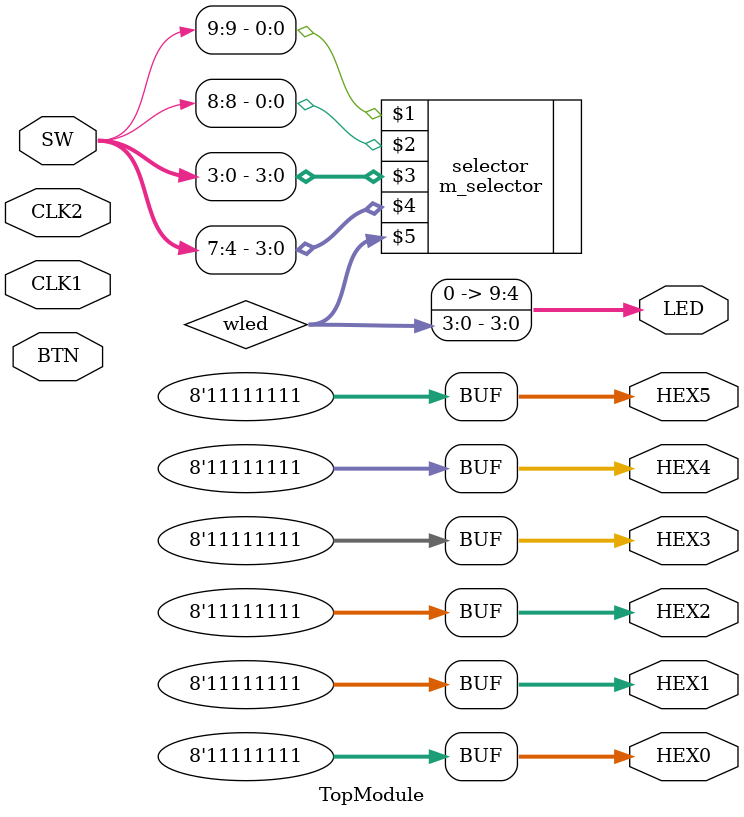
<source format=v>
module TopModule(
    ////////// CLOCK //////////
    input               CLK1,
    input               CLK2,
    ////////// SEG7 //////////
    output  [7:0]       HEX0,
    output  [7:0]       HEX1,
    output  [7:0]       HEX2,
    output  [7:0]       HEX3,
    output  [7:0]       HEX4,
    output  [7:0]       HEX5,
    ////////// Push Button //////////
    input   [1:0]       BTN,
    ////////// LED //////////
    output   [9:0]       LED,
    ////////// SW //////////
    input   [9:0]       SW
    );

    assign HEX0 = 8'hff;
    assign HEX1 = 8'hff;
    assign HEX2 = 8'hff;
    assign HEX3 = 8'hff;
    assign HEX4 = 8'hff;
    assign HEX5 = 8'hff;

    wire [3:0] wled;
    assign LED = {6'h0, wled};

    m_selector selector(SW[9], SW[8], SW[3:0], SW[7:4], wled);

endmodule

</source>
